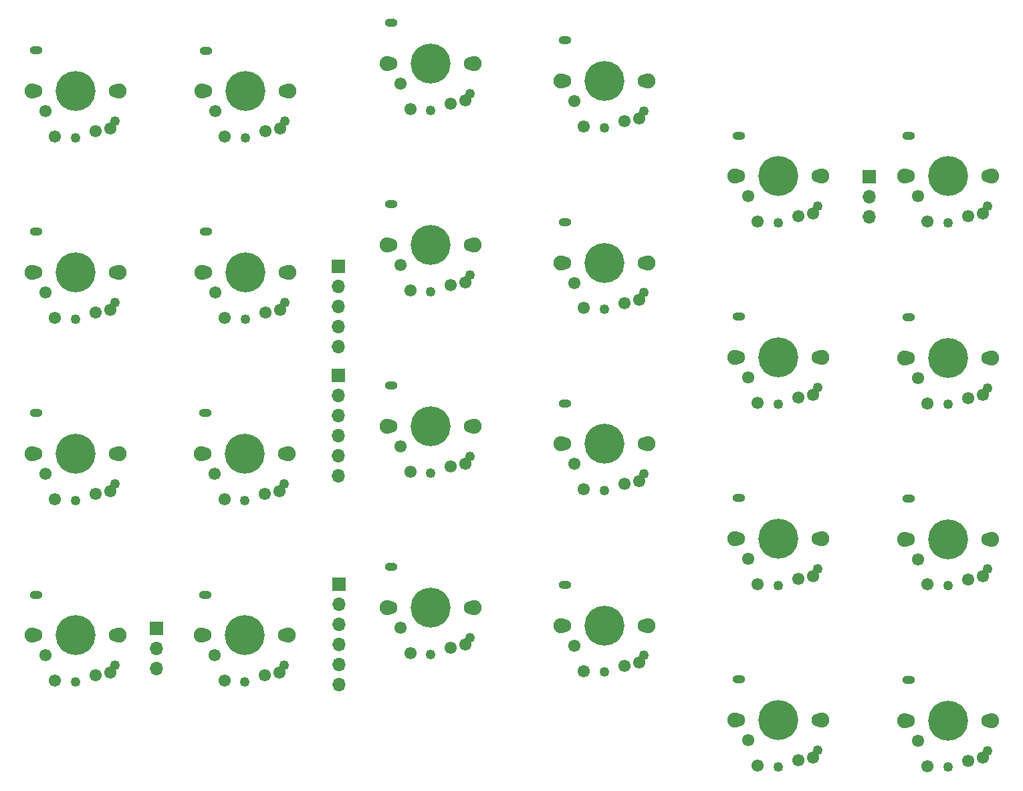
<source format=gbr>
%TF.GenerationSoftware,KiCad,Pcbnew,(6.99.0-4085-g6c752680d7)*%
%TF.CreationDate,2022-11-14T17:23:02+08:00*%
%TF.ProjectId,Left Flex PCB,4c656674-2046-46c6-9578-205043422e6b,rev?*%
%TF.SameCoordinates,Original*%
%TF.FileFunction,Soldermask,Bot*%
%TF.FilePolarity,Negative*%
%FSLAX46Y46*%
G04 Gerber Fmt 4.6, Leading zero omitted, Abs format (unit mm)*
G04 Created by KiCad (PCBNEW (6.99.0-4085-g6c752680d7)) date 2022-11-14 17:23:02*
%MOMM*%
%LPD*%
G01*
G04 APERTURE LIST*
%ADD10C,1.900000*%
%ADD11C,1.750000*%
%ADD12O,1.600000X1.000000*%
%ADD13C,1.550000*%
%ADD14C,5.050000*%
%ADD15C,1.250000*%
%ADD16R,1.700000X1.700000*%
%ADD17O,1.700000X1.700000*%
G04 APERTURE END LIST*
D10*
%TO.C,SW23*%
X48265795Y-44544998D03*
D11*
X48685795Y-44544998D03*
D12*
X48765794Y-39394997D03*
D13*
X49955795Y-47084998D03*
X51165795Y-50294998D03*
D14*
X53765795Y-44544998D03*
D15*
X53765795Y-50444998D03*
D13*
X56305795Y-49624998D03*
X58165795Y-49244998D03*
D15*
X58765795Y-48344998D03*
D11*
X58845795Y-44544998D03*
D10*
X59265795Y-44544998D03*
%TD*%
%TO.C,SW12*%
X115247194Y-112153200D03*
D11*
X115667194Y-112153200D03*
D12*
X115747193Y-107003199D03*
D13*
X116937194Y-114693200D03*
X118147194Y-117903200D03*
D14*
X120747194Y-112153200D03*
D15*
X120747194Y-118053200D03*
D13*
X123287194Y-117233200D03*
X125147194Y-116853200D03*
D15*
X125747194Y-115953200D03*
D11*
X125827194Y-112153200D03*
D10*
X126247194Y-112153200D03*
%TD*%
%TO.C,SW7*%
X137258995Y-101196400D03*
D11*
X137678995Y-101196400D03*
D12*
X137758994Y-96046399D03*
D13*
X138948995Y-103736400D03*
X140158995Y-106946400D03*
D14*
X142758995Y-101196400D03*
D15*
X142758995Y-107096400D03*
D13*
X145298995Y-106276400D03*
X147158995Y-105896400D03*
D15*
X147758995Y-104996400D03*
D11*
X147838995Y-101196400D03*
D10*
X148258995Y-101196400D03*
%TD*%
%TO.C,SW16*%
X93276194Y-86981800D03*
D11*
X93696194Y-86981800D03*
D12*
X93776193Y-81831799D03*
D13*
X94966194Y-89521800D03*
X96176194Y-92731800D03*
D14*
X98776194Y-86981800D03*
D15*
X98776194Y-92881800D03*
D13*
X101316194Y-92061800D03*
X103176194Y-91681800D03*
D15*
X103776194Y-90781800D03*
D11*
X103856194Y-86981800D03*
D10*
X104276194Y-86981800D03*
%TD*%
%TO.C,SW21*%
X69754194Y-90442800D03*
D11*
X70174194Y-90442800D03*
D12*
X70254193Y-85292799D03*
D13*
X71444194Y-92982800D03*
X72654194Y-96192800D03*
D14*
X75254194Y-90442800D03*
D15*
X75254194Y-96342800D03*
D13*
X77794194Y-95522800D03*
X79654194Y-95142800D03*
D15*
X80254194Y-94242800D03*
D11*
X80334194Y-90442800D03*
D10*
X80754194Y-90442800D03*
%TD*%
%TO.C,SW11*%
X115247194Y-89191600D03*
D11*
X115667194Y-89191600D03*
D12*
X115747193Y-84041599D03*
D13*
X116937194Y-91731600D03*
X118147194Y-94941600D03*
D14*
X120747194Y-89191600D03*
D15*
X120747194Y-95091600D03*
D13*
X123287194Y-94271600D03*
X125147194Y-93891600D03*
D15*
X125747194Y-92991600D03*
D11*
X125827194Y-89191600D03*
D10*
X126247194Y-89191600D03*
%TD*%
%TO.C,SW19*%
X69779594Y-44570400D03*
D11*
X70199594Y-44570400D03*
D12*
X70279593Y-39420399D03*
D13*
X71469594Y-47110400D03*
X72679594Y-50320400D03*
D14*
X75279594Y-44570400D03*
D15*
X75279594Y-50470400D03*
D13*
X77819594Y-49650400D03*
X79679594Y-49270400D03*
D15*
X80279594Y-48370400D03*
D11*
X80359594Y-44570400D03*
D10*
X80779594Y-44570400D03*
%TD*%
%TO.C,SW17*%
X93276194Y-109892600D03*
D11*
X93696194Y-109892600D03*
D12*
X93776193Y-104742599D03*
D13*
X94966194Y-112432600D03*
X96176194Y-115642600D03*
D14*
X98776194Y-109892600D03*
D15*
X98776194Y-115792600D03*
D13*
X101316194Y-114972600D03*
X103176194Y-114592600D03*
D15*
X103776194Y-113692600D03*
D11*
X103856194Y-109892600D03*
D10*
X104276194Y-109892600D03*
%TD*%
%TO.C,SW5*%
X137258995Y-55324000D03*
D11*
X137678995Y-55324000D03*
D12*
X137758994Y-50173999D03*
D13*
X138948995Y-57864000D03*
X140158995Y-61074000D03*
D14*
X142758995Y-55324000D03*
D15*
X142758995Y-61224000D03*
D13*
X145298995Y-60404000D03*
X147158995Y-60024000D03*
D15*
X147758995Y-59124000D03*
D11*
X147838995Y-55324000D03*
D10*
X148258995Y-55324000D03*
%TD*%
%TO.C,SW9*%
X115272594Y-43293800D03*
D11*
X115692594Y-43293800D03*
D12*
X115772593Y-38143799D03*
D13*
X116962594Y-45833800D03*
X118172594Y-49043800D03*
D14*
X120772594Y-43293800D03*
D15*
X120772594Y-49193800D03*
D13*
X123312594Y-48373800D03*
X125172594Y-47993800D03*
D15*
X125772594Y-47093800D03*
D11*
X125852594Y-43293800D03*
D10*
X126272594Y-43293800D03*
%TD*%
%TO.C,SW14*%
X104276194Y-41058600D03*
D11*
X103856194Y-41058600D03*
D15*
X103776194Y-44858600D03*
D13*
X103176194Y-45758600D03*
X101316194Y-46138600D03*
D15*
X98776194Y-46958600D03*
D14*
X98776194Y-41058600D03*
D13*
X96176194Y-46808600D03*
X94966194Y-43598600D03*
D12*
X93776193Y-35908599D03*
D11*
X93696194Y-41058600D03*
D10*
X93276194Y-41058600D03*
%TD*%
%TO.C,SW15*%
X93276194Y-64020200D03*
D11*
X93696194Y-64020200D03*
D12*
X93776193Y-58870199D03*
D13*
X94966194Y-66560200D03*
X96176194Y-69770200D03*
D14*
X98776194Y-64020200D03*
D15*
X98776194Y-69920200D03*
D13*
X101316194Y-69100200D03*
X103176194Y-68720200D03*
D15*
X103776194Y-67820200D03*
D11*
X103856194Y-64020200D03*
D10*
X104276194Y-64020200D03*
%TD*%
%TO.C,SW1*%
X158763394Y-55330601D03*
D11*
X159183394Y-55330601D03*
D12*
X159263393Y-50180600D03*
D13*
X160453394Y-57870601D03*
X161663394Y-61080601D03*
D14*
X164263394Y-55330601D03*
D15*
X164263394Y-61230601D03*
D13*
X166803394Y-60410601D03*
X168663394Y-60030601D03*
D15*
X169263394Y-59130601D03*
D11*
X169343394Y-55330601D03*
D10*
X169763394Y-55330601D03*
%TD*%
%TO.C,SW24*%
X48291195Y-67506598D03*
D11*
X48711195Y-67506598D03*
D12*
X48791194Y-62356597D03*
D13*
X49981195Y-70046598D03*
X51191195Y-73256598D03*
D14*
X53791195Y-67506598D03*
D15*
X53791195Y-73406598D03*
D13*
X56331195Y-72586598D03*
X58191195Y-72206598D03*
D15*
X58791195Y-71306598D03*
D11*
X58871195Y-67506598D03*
D10*
X59291195Y-67506598D03*
%TD*%
%TO.C,SW8*%
X137258995Y-124132600D03*
D11*
X137678995Y-124132600D03*
D12*
X137758994Y-118982599D03*
D13*
X138948995Y-126672600D03*
X140158995Y-129882600D03*
D14*
X142758995Y-124132600D03*
D15*
X142758995Y-130032600D03*
D13*
X145298995Y-129212600D03*
X147158995Y-128832600D03*
D15*
X147758995Y-127932600D03*
D11*
X147838995Y-124132600D03*
D10*
X148258995Y-124132600D03*
%TD*%
%TO.C,SW10*%
X115247194Y-66255400D03*
D11*
X115667194Y-66255400D03*
D12*
X115747193Y-61105399D03*
D13*
X116937194Y-68795400D03*
X118147194Y-72005400D03*
D14*
X120747194Y-66255400D03*
D15*
X120747194Y-72155400D03*
D13*
X123287194Y-71335400D03*
X125147194Y-70955400D03*
D15*
X125747194Y-70055400D03*
D11*
X125827194Y-66255400D03*
D10*
X126247194Y-66255400D03*
%TD*%
%TO.C,SW25*%
X48265795Y-90442798D03*
D11*
X48685795Y-90442798D03*
D12*
X48765794Y-85292797D03*
D13*
X49955795Y-92982798D03*
X51165795Y-96192798D03*
D14*
X53765795Y-90442798D03*
D15*
X53765795Y-96342798D03*
D13*
X56305795Y-95522798D03*
X58165795Y-95142798D03*
D15*
X58765795Y-94242798D03*
D11*
X58845795Y-90442798D03*
D10*
X59265795Y-90442798D03*
%TD*%
%TO.C,SW26*%
X48265795Y-113404398D03*
D11*
X48685795Y-113404398D03*
D12*
X48765794Y-108254397D03*
D13*
X49955795Y-115944398D03*
X51165795Y-119154398D03*
D14*
X53765795Y-113404398D03*
D15*
X53765795Y-119304398D03*
D13*
X56305795Y-118484398D03*
X58165795Y-118104398D03*
D15*
X58765795Y-117204398D03*
D11*
X58845795Y-113404398D03*
D10*
X59265795Y-113404398D03*
%TD*%
%TO.C,SW20*%
X69779594Y-67506600D03*
D11*
X70199594Y-67506600D03*
D12*
X70279593Y-62356599D03*
D13*
X71469594Y-70046600D03*
X72679594Y-73256600D03*
D14*
X75279594Y-67506600D03*
D15*
X75279594Y-73406600D03*
D13*
X77819594Y-72586600D03*
X79679594Y-72206600D03*
D15*
X80279594Y-71306600D03*
D11*
X80359594Y-67506600D03*
D10*
X80779594Y-67506600D03*
%TD*%
%TO.C,SW2*%
X158763394Y-78292201D03*
D11*
X159183394Y-78292201D03*
D12*
X159263393Y-73142200D03*
D13*
X160453394Y-80832201D03*
X161663394Y-84042201D03*
D14*
X164263394Y-78292201D03*
D15*
X164263394Y-84192201D03*
D13*
X166803394Y-83372201D03*
X168663394Y-82992201D03*
D15*
X169263394Y-82092201D03*
D11*
X169343394Y-78292201D03*
D10*
X169763394Y-78292201D03*
%TD*%
%TO.C,SW22*%
X69754194Y-113404400D03*
D11*
X70174194Y-113404400D03*
D12*
X70254193Y-108254399D03*
D13*
X71444194Y-115944400D03*
X72654194Y-119154400D03*
D14*
X75254194Y-113404400D03*
D15*
X75254194Y-119304400D03*
D13*
X77794194Y-118484400D03*
X79654194Y-118104400D03*
D15*
X80254194Y-117204400D03*
D11*
X80334194Y-113404400D03*
D10*
X80754194Y-113404400D03*
%TD*%
%TO.C,SW6*%
X137258995Y-78234800D03*
D11*
X137678995Y-78234800D03*
D12*
X137758994Y-73084799D03*
D13*
X138948995Y-80774800D03*
X140158995Y-83984800D03*
D14*
X142758995Y-78234800D03*
D15*
X142758995Y-84134800D03*
D13*
X145298995Y-83314800D03*
X147158995Y-82934800D03*
D15*
X147758995Y-82034800D03*
D11*
X147838995Y-78234800D03*
D10*
X148258995Y-78234800D03*
%TD*%
%TO.C,SW3*%
X158763394Y-101228401D03*
D11*
X159183394Y-101228401D03*
D12*
X159263393Y-96078400D03*
D13*
X160453394Y-103768401D03*
X161663394Y-106978401D03*
D14*
X164263394Y-101228401D03*
D15*
X164263394Y-107128401D03*
D13*
X166803394Y-106308401D03*
X168663394Y-105928401D03*
D15*
X169263394Y-105028401D03*
D11*
X169343394Y-101228401D03*
D10*
X169763394Y-101228401D03*
%TD*%
%TO.C,SW4*%
X158763394Y-124190001D03*
D11*
X159183394Y-124190001D03*
D12*
X159263393Y-119040000D03*
D13*
X160453394Y-126730001D03*
X161663394Y-129940001D03*
D14*
X164263394Y-124190001D03*
D15*
X164263394Y-130090001D03*
D13*
X166803394Y-129270001D03*
X168663394Y-128890001D03*
D15*
X169263394Y-127990001D03*
D11*
X169343394Y-124190001D03*
D10*
X169763394Y-124190001D03*
%TD*%
D16*
%TO.C,J3*%
X154305393Y-55364399D03*
D17*
X154305393Y-57904399D03*
X154305393Y-60444399D03*
%TD*%
D16*
%TO.C,J2*%
X87039793Y-66719198D03*
D17*
X87039793Y-69259198D03*
X87039793Y-71799198D03*
X87039793Y-74339198D03*
X87039793Y-76879198D03*
%TD*%
D16*
%TO.C,J4*%
X87039793Y-80536798D03*
D17*
X87039793Y-83076798D03*
X87039793Y-85616798D03*
X87039793Y-88156798D03*
X87039793Y-90696798D03*
X87039793Y-93236798D03*
%TD*%
D16*
%TO.C,J5*%
X64045393Y-112534399D03*
D17*
X64045393Y-115074399D03*
X64045393Y-117614399D03*
%TD*%
D16*
%TO.C,J1*%
X87115393Y-106904399D03*
D17*
X87115393Y-109444399D03*
X87115393Y-111984399D03*
X87115393Y-114524399D03*
X87115393Y-117064399D03*
X87115393Y-119604399D03*
%TD*%
M02*

</source>
